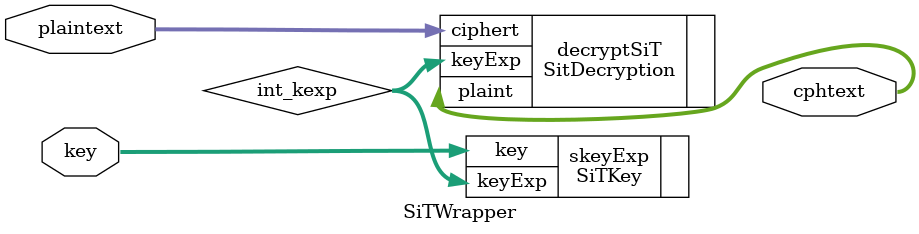
<source format=sv>
`timescale 1ns / 1ps


module SiTWrapper
   (
     input [63:0] key,
     input [63:0] plaintext,
     output [63:0] cphtext
    );
    
    wire [79:0] int_kexp;
    
     generate 
        SiTKey skeyExp(.key(key), .keyExp(int_kexp) );
     endgenerate
    
    //SitEncryption encrptSiT(.plaint(plaintext), .keyExp(int_kexp), .ciphert(cphtext) );
    SitDecryption decryptSiT(.ciphert(plaintext), .keyExp(int_kexp), .plaint(cphtext) );

    
endmodule

</source>
